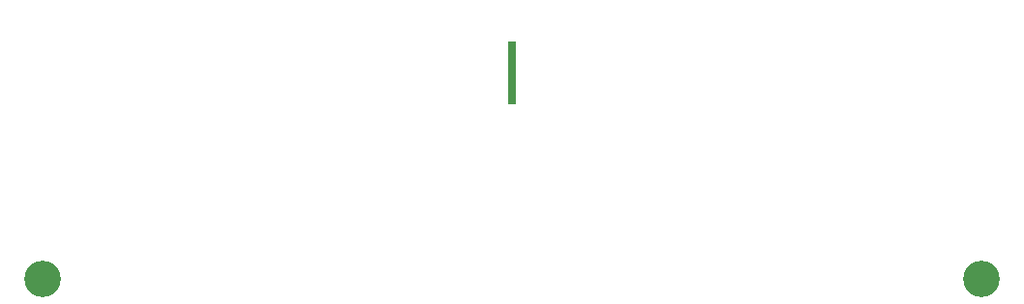
<source format=gbr>
%TF.GenerationSoftware,Altium Limited,Altium Designer,19.1.9 (167)*%
G04 Layer_Color=0*
%FSLAX44Y44*%
%MOMM*%
%TF.FileFunction,NonPlated,1,2,NPTH,Drill*%
%TF.Part,Single*%
G01*
G75*
%TA.AperFunction,ComponentDrill*%
%ADD10C,3.2000*%
G36*
X986750Y1133420D02*
X986750Y1078080D01*
X993250D01*
Y1133420D01*
X986750D01*
D02*
G37*
G36*
X1097500Y1163500D02*
D01*
D02*
G37*
D10*
X1400750Y925500D02*
D03*
X579250D02*
D03*
%TF.MD5,db508611b39bbdb5d78b59cc576af26c*%
M02*

</source>
